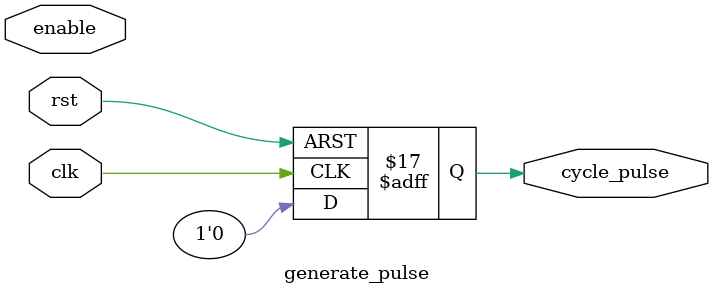
<source format=v>
/*=============================================================================
# FileName    :	generate_send_enable.v
# Author      :	author
# Email       :	email@email.com
# Description :	nios置位enable信号后，输出周期（3.33us）的信号，altgx根据此信号同步发送和接收数据
# Version     :	1.0
# LastChange  :	2018-05-28 16:33:33
# ChangeLog   :	
=============================================================================*/
`timescale  1 ns/1 ps

module generate_pulse
(
    input   wire                clk,
    input   wire                rst,
    input   wire                enable,

    output  reg                 cycle_pulse
);

// 3.333us / 8ns = 416.625
localparam              CYCLE_CNT = 416;

reg     [07:00]             cnt;

always @ (posedge clk or negedge rst)
begin
    if(~rst)
        cnt <= 0;
    else if(enable)
    begin
        if(cnt >= CYCLE_CNT)
            cnt <= 0;
        else
            cnt <= cnt + 1'b1;
    end
    else
        cnt <= 0;
end

always @ (posedge clk or negedge rst)
begin
    if(~rst)
        cycle_pulse <= 0;
    else if(cnt == CYCLE_CNT)
        cycle_pulse <= 1;
    else
        cycle_pulse <= 0;
end

endmodule

</source>
